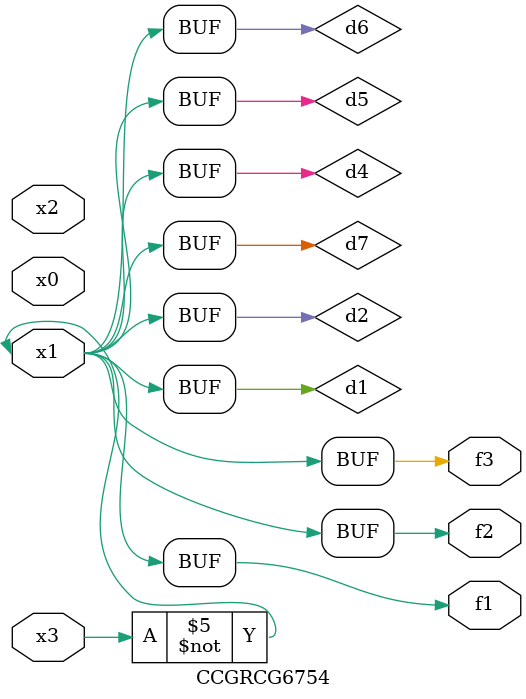
<source format=v>
module CCGRCG6754(
	input x0, x1, x2, x3,
	output f1, f2, f3
);

	wire d1, d2, d3, d4, d5, d6, d7;

	not (d1, x3);
	buf (d2, x1);
	xnor (d3, d1, d2);
	nor (d4, d1);
	buf (d5, d1, d2);
	buf (d6, d4, d5);
	nand (d7, d4);
	assign f1 = d6;
	assign f2 = d7;
	assign f3 = d6;
endmodule

</source>
